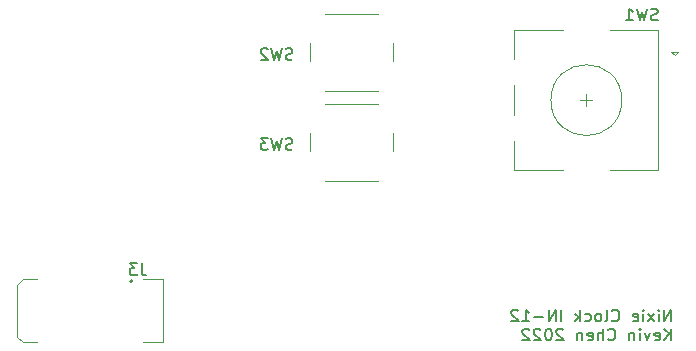
<source format=gbr>
%TF.GenerationSoftware,KiCad,Pcbnew,(6.0.0)*%
%TF.CreationDate,2022-01-22T21:28:23-08:00*%
%TF.ProjectId,nixie_main_board,6e697869-655f-46d6-9169-6e5f626f6172,rev?*%
%TF.SameCoordinates,Original*%
%TF.FileFunction,Legend,Bot*%
%TF.FilePolarity,Positive*%
%FSLAX46Y46*%
G04 Gerber Fmt 4.6, Leading zero omitted, Abs format (unit mm)*
G04 Created by KiCad (PCBNEW (6.0.0)) date 2022-01-22 21:28:23*
%MOMM*%
%LPD*%
G01*
G04 APERTURE LIST*
%ADD10C,0.150000*%
%ADD11C,0.120000*%
G04 APERTURE END LIST*
D10*
X188894404Y-92357380D02*
X188894404Y-91357380D01*
X188322976Y-92357380D01*
X188322976Y-91357380D01*
X187846785Y-92357380D02*
X187846785Y-91690714D01*
X187846785Y-91357380D02*
X187894404Y-91405000D01*
X187846785Y-91452619D01*
X187799166Y-91405000D01*
X187846785Y-91357380D01*
X187846785Y-91452619D01*
X187465833Y-92357380D02*
X186942023Y-91690714D01*
X187465833Y-91690714D02*
X186942023Y-92357380D01*
X186561071Y-92357380D02*
X186561071Y-91690714D01*
X186561071Y-91357380D02*
X186608690Y-91405000D01*
X186561071Y-91452619D01*
X186513452Y-91405000D01*
X186561071Y-91357380D01*
X186561071Y-91452619D01*
X185703928Y-92309761D02*
X185799166Y-92357380D01*
X185989642Y-92357380D01*
X186084880Y-92309761D01*
X186132500Y-92214523D01*
X186132500Y-91833571D01*
X186084880Y-91738333D01*
X185989642Y-91690714D01*
X185799166Y-91690714D01*
X185703928Y-91738333D01*
X185656309Y-91833571D01*
X185656309Y-91928809D01*
X186132500Y-92024047D01*
X183894404Y-92262142D02*
X183942023Y-92309761D01*
X184084880Y-92357380D01*
X184180119Y-92357380D01*
X184322976Y-92309761D01*
X184418214Y-92214523D01*
X184465833Y-92119285D01*
X184513452Y-91928809D01*
X184513452Y-91785952D01*
X184465833Y-91595476D01*
X184418214Y-91500238D01*
X184322976Y-91405000D01*
X184180119Y-91357380D01*
X184084880Y-91357380D01*
X183942023Y-91405000D01*
X183894404Y-91452619D01*
X183322976Y-92357380D02*
X183418214Y-92309761D01*
X183465833Y-92214523D01*
X183465833Y-91357380D01*
X182799166Y-92357380D02*
X182894404Y-92309761D01*
X182942023Y-92262142D01*
X182989642Y-92166904D01*
X182989642Y-91881190D01*
X182942023Y-91785952D01*
X182894404Y-91738333D01*
X182799166Y-91690714D01*
X182656309Y-91690714D01*
X182561071Y-91738333D01*
X182513452Y-91785952D01*
X182465833Y-91881190D01*
X182465833Y-92166904D01*
X182513452Y-92262142D01*
X182561071Y-92309761D01*
X182656309Y-92357380D01*
X182799166Y-92357380D01*
X181608690Y-92309761D02*
X181703928Y-92357380D01*
X181894404Y-92357380D01*
X181989642Y-92309761D01*
X182037261Y-92262142D01*
X182084880Y-92166904D01*
X182084880Y-91881190D01*
X182037261Y-91785952D01*
X181989642Y-91738333D01*
X181894404Y-91690714D01*
X181703928Y-91690714D01*
X181608690Y-91738333D01*
X181180119Y-92357380D02*
X181180119Y-91357380D01*
X181084880Y-91976428D02*
X180799166Y-92357380D01*
X180799166Y-91690714D02*
X181180119Y-92071666D01*
X179608690Y-92357380D02*
X179608690Y-91357380D01*
X179132500Y-92357380D02*
X179132500Y-91357380D01*
X178561071Y-92357380D01*
X178561071Y-91357380D01*
X178084880Y-91976428D02*
X177322976Y-91976428D01*
X176322976Y-92357380D02*
X176894404Y-92357380D01*
X176608690Y-92357380D02*
X176608690Y-91357380D01*
X176703928Y-91500238D01*
X176799166Y-91595476D01*
X176894404Y-91643095D01*
X175942023Y-91452619D02*
X175894404Y-91405000D01*
X175799166Y-91357380D01*
X175561071Y-91357380D01*
X175465833Y-91405000D01*
X175418214Y-91452619D01*
X175370595Y-91547857D01*
X175370595Y-91643095D01*
X175418214Y-91785952D01*
X175989642Y-92357380D01*
X175370595Y-92357380D01*
X188894404Y-93967380D02*
X188894404Y-92967380D01*
X188322976Y-93967380D02*
X188751547Y-93395952D01*
X188322976Y-92967380D02*
X188894404Y-93538809D01*
X187513452Y-93919761D02*
X187608690Y-93967380D01*
X187799166Y-93967380D01*
X187894404Y-93919761D01*
X187942023Y-93824523D01*
X187942023Y-93443571D01*
X187894404Y-93348333D01*
X187799166Y-93300714D01*
X187608690Y-93300714D01*
X187513452Y-93348333D01*
X187465833Y-93443571D01*
X187465833Y-93538809D01*
X187942023Y-93634047D01*
X187132500Y-93300714D02*
X186894404Y-93967380D01*
X186656309Y-93300714D01*
X186275357Y-93967380D02*
X186275357Y-93300714D01*
X186275357Y-92967380D02*
X186322976Y-93015000D01*
X186275357Y-93062619D01*
X186227738Y-93015000D01*
X186275357Y-92967380D01*
X186275357Y-93062619D01*
X185799166Y-93300714D02*
X185799166Y-93967380D01*
X185799166Y-93395952D02*
X185751547Y-93348333D01*
X185656309Y-93300714D01*
X185513452Y-93300714D01*
X185418214Y-93348333D01*
X185370595Y-93443571D01*
X185370595Y-93967380D01*
X183561071Y-93872142D02*
X183608690Y-93919761D01*
X183751547Y-93967380D01*
X183846785Y-93967380D01*
X183989642Y-93919761D01*
X184084880Y-93824523D01*
X184132500Y-93729285D01*
X184180119Y-93538809D01*
X184180119Y-93395952D01*
X184132500Y-93205476D01*
X184084880Y-93110238D01*
X183989642Y-93015000D01*
X183846785Y-92967380D01*
X183751547Y-92967380D01*
X183608690Y-93015000D01*
X183561071Y-93062619D01*
X183132500Y-93967380D02*
X183132500Y-92967380D01*
X182703928Y-93967380D02*
X182703928Y-93443571D01*
X182751547Y-93348333D01*
X182846785Y-93300714D01*
X182989642Y-93300714D01*
X183084880Y-93348333D01*
X183132500Y-93395952D01*
X181846785Y-93919761D02*
X181942023Y-93967380D01*
X182132500Y-93967380D01*
X182227738Y-93919761D01*
X182275357Y-93824523D01*
X182275357Y-93443571D01*
X182227738Y-93348333D01*
X182132500Y-93300714D01*
X181942023Y-93300714D01*
X181846785Y-93348333D01*
X181799166Y-93443571D01*
X181799166Y-93538809D01*
X182275357Y-93634047D01*
X181370595Y-93300714D02*
X181370595Y-93967380D01*
X181370595Y-93395952D02*
X181322976Y-93348333D01*
X181227738Y-93300714D01*
X181084880Y-93300714D01*
X180989642Y-93348333D01*
X180942023Y-93443571D01*
X180942023Y-93967380D01*
X179751547Y-93062619D02*
X179703928Y-93015000D01*
X179608690Y-92967380D01*
X179370595Y-92967380D01*
X179275357Y-93015000D01*
X179227738Y-93062619D01*
X179180119Y-93157857D01*
X179180119Y-93253095D01*
X179227738Y-93395952D01*
X179799166Y-93967380D01*
X179180119Y-93967380D01*
X178561071Y-92967380D02*
X178465833Y-92967380D01*
X178370595Y-93015000D01*
X178322976Y-93062619D01*
X178275357Y-93157857D01*
X178227738Y-93348333D01*
X178227738Y-93586428D01*
X178275357Y-93776904D01*
X178322976Y-93872142D01*
X178370595Y-93919761D01*
X178465833Y-93967380D01*
X178561071Y-93967380D01*
X178656309Y-93919761D01*
X178703928Y-93872142D01*
X178751547Y-93776904D01*
X178799166Y-93586428D01*
X178799166Y-93348333D01*
X178751547Y-93157857D01*
X178703928Y-93062619D01*
X178656309Y-93015000D01*
X178561071Y-92967380D01*
X177846785Y-93062619D02*
X177799166Y-93015000D01*
X177703928Y-92967380D01*
X177465833Y-92967380D01*
X177370595Y-93015000D01*
X177322976Y-93062619D01*
X177275357Y-93157857D01*
X177275357Y-93253095D01*
X177322976Y-93395952D01*
X177894404Y-93967380D01*
X177275357Y-93967380D01*
X176894404Y-93062619D02*
X176846785Y-93015000D01*
X176751547Y-92967380D01*
X176513452Y-92967380D01*
X176418214Y-93015000D01*
X176370595Y-93062619D01*
X176322976Y-93157857D01*
X176322976Y-93253095D01*
X176370595Y-93395952D01*
X176942023Y-93967380D01*
X176322976Y-93967380D01*
%TO.C,SW3*%
X156833333Y-77779761D02*
X156690476Y-77827380D01*
X156452380Y-77827380D01*
X156357142Y-77779761D01*
X156309523Y-77732142D01*
X156261904Y-77636904D01*
X156261904Y-77541666D01*
X156309523Y-77446428D01*
X156357142Y-77398809D01*
X156452380Y-77351190D01*
X156642857Y-77303571D01*
X156738095Y-77255952D01*
X156785714Y-77208333D01*
X156833333Y-77113095D01*
X156833333Y-77017857D01*
X156785714Y-76922619D01*
X156738095Y-76875000D01*
X156642857Y-76827380D01*
X156404761Y-76827380D01*
X156261904Y-76875000D01*
X155928571Y-76827380D02*
X155690476Y-77827380D01*
X155500000Y-77113095D01*
X155309523Y-77827380D01*
X155071428Y-76827380D01*
X154785714Y-76827380D02*
X154166666Y-76827380D01*
X154500000Y-77208333D01*
X154357142Y-77208333D01*
X154261904Y-77255952D01*
X154214285Y-77303571D01*
X154166666Y-77398809D01*
X154166666Y-77636904D01*
X154214285Y-77732142D01*
X154261904Y-77779761D01*
X154357142Y-77827380D01*
X154642857Y-77827380D01*
X154738095Y-77779761D01*
X154785714Y-77732142D01*
%TO.C,SW2*%
X156833333Y-70159761D02*
X156690476Y-70207380D01*
X156452380Y-70207380D01*
X156357142Y-70159761D01*
X156309523Y-70112142D01*
X156261904Y-70016904D01*
X156261904Y-69921666D01*
X156309523Y-69826428D01*
X156357142Y-69778809D01*
X156452380Y-69731190D01*
X156642857Y-69683571D01*
X156738095Y-69635952D01*
X156785714Y-69588333D01*
X156833333Y-69493095D01*
X156833333Y-69397857D01*
X156785714Y-69302619D01*
X156738095Y-69255000D01*
X156642857Y-69207380D01*
X156404761Y-69207380D01*
X156261904Y-69255000D01*
X155928571Y-69207380D02*
X155690476Y-70207380D01*
X155500000Y-69493095D01*
X155309523Y-70207380D01*
X155071428Y-69207380D01*
X154738095Y-69302619D02*
X154690476Y-69255000D01*
X154595238Y-69207380D01*
X154357142Y-69207380D01*
X154261904Y-69255000D01*
X154214285Y-69302619D01*
X154166666Y-69397857D01*
X154166666Y-69493095D01*
X154214285Y-69635952D01*
X154785714Y-70207380D01*
X154166666Y-70207380D01*
%TO.C,SW1*%
X187763333Y-66824761D02*
X187620476Y-66872380D01*
X187382380Y-66872380D01*
X187287142Y-66824761D01*
X187239523Y-66777142D01*
X187191904Y-66681904D01*
X187191904Y-66586666D01*
X187239523Y-66491428D01*
X187287142Y-66443809D01*
X187382380Y-66396190D01*
X187572857Y-66348571D01*
X187668095Y-66300952D01*
X187715714Y-66253333D01*
X187763333Y-66158095D01*
X187763333Y-66062857D01*
X187715714Y-65967619D01*
X187668095Y-65920000D01*
X187572857Y-65872380D01*
X187334761Y-65872380D01*
X187191904Y-65920000D01*
X186858571Y-65872380D02*
X186620476Y-66872380D01*
X186430000Y-66158095D01*
X186239523Y-66872380D01*
X186001428Y-65872380D01*
X185096666Y-66872380D02*
X185668095Y-66872380D01*
X185382380Y-66872380D02*
X185382380Y-65872380D01*
X185477619Y-66015238D01*
X185572857Y-66110476D01*
X185668095Y-66158095D01*
%TO.C,J3*%
X144083333Y-87442380D02*
X144083333Y-88156666D01*
X144130952Y-88299523D01*
X144226190Y-88394761D01*
X144369047Y-88442380D01*
X144464285Y-88442380D01*
X143702380Y-87442380D02*
X143083333Y-87442380D01*
X143416666Y-87823333D01*
X143273809Y-87823333D01*
X143178571Y-87870952D01*
X143130952Y-87918571D01*
X143083333Y-88013809D01*
X143083333Y-88251904D01*
X143130952Y-88347142D01*
X143178571Y-88394761D01*
X143273809Y-88442380D01*
X143559523Y-88442380D01*
X143654761Y-88394761D01*
X143702380Y-88347142D01*
D11*
%TO.C,SW3*%
X164100000Y-80430000D02*
X159600000Y-80430000D01*
X165350000Y-76430000D02*
X165350000Y-77930000D01*
X159600000Y-73930000D02*
X164100000Y-73930000D01*
X158350000Y-77930000D02*
X158350000Y-76430000D01*
%TO.C,SW2*%
X158350000Y-70310000D02*
X158350000Y-68810000D01*
X159600000Y-66310000D02*
X164100000Y-66310000D01*
X165350000Y-68810000D02*
X165350000Y-70310000D01*
X164100000Y-72810000D02*
X159600000Y-72810000D01*
%TO.C,SW1*%
X184730000Y-73620000D02*
G75*
G03*
X184730000Y-73620000I-3000000J0D01*
G01*
X179730000Y-67720000D02*
X175630000Y-67720000D01*
X175630000Y-79520000D02*
X179730000Y-79520000D01*
X183730000Y-79520000D02*
X187830000Y-79520000D01*
X183730000Y-67720000D02*
X187830000Y-67720000D01*
X187830000Y-67720000D02*
X187830000Y-79520000D01*
X189230000Y-69820000D02*
X189530000Y-69520000D01*
X189530000Y-69520000D02*
X188930000Y-69520000D01*
X188930000Y-69520000D02*
X189230000Y-69820000D01*
X175630000Y-67720000D02*
X175630000Y-70120000D01*
X175630000Y-72320000D02*
X175630000Y-74920000D01*
X175630000Y-77120000D02*
X175630000Y-79520000D01*
X181730000Y-73120000D02*
X181730000Y-74120000D01*
X182230000Y-73620000D02*
X181230000Y-73620000D01*
D10*
%TO.C,J3*%
X143311803Y-88940000D02*
G75*
G03*
X143311803Y-88940000I-111803J0D01*
G01*
D11*
X145850000Y-88790000D02*
X144200000Y-88790000D01*
X134000000Y-94090000D02*
X133550000Y-93640000D01*
X135200000Y-88790000D02*
X134000000Y-88790000D01*
X145850000Y-94090000D02*
X144200000Y-94090000D01*
X133550000Y-89240000D02*
X133550000Y-93640000D01*
X145850000Y-88790000D02*
X145850000Y-94090000D01*
X134000000Y-88790000D02*
X133550000Y-89240000D01*
X135200000Y-94090000D02*
X134000000Y-94090000D01*
%TD*%
M02*

</source>
